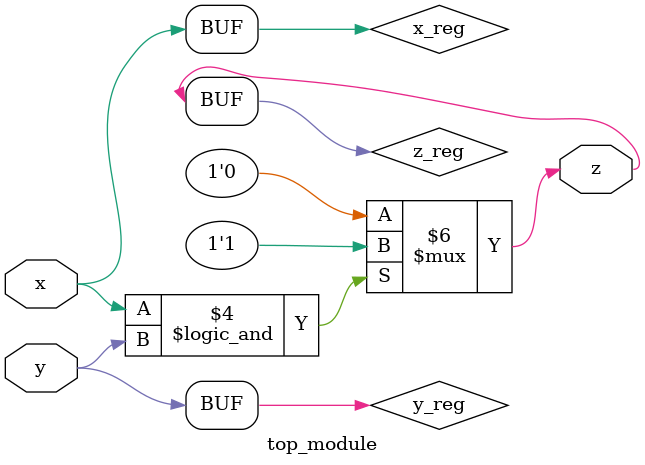
<source format=sv>
module top_module(
	input x,
	input y,
	output z);

	// Define internal signals
	reg x_reg;
	reg y_reg;
	reg z_reg;

	// Assign inputs to internal signals
	always @(x) begin
		x_reg <= x;
	end
	
	always @(y) begin
		y_reg <= y;
	end
	
	// Define combinational logic for the output
	always @(x_reg, y_reg) begin
		if (x_reg && y_reg) begin
			z_reg <= 1;
		end else begin
			z_reg <= 0;
		end
	end
	
	// Assign the internal signal to the output
	assign z = z_reg;
	
endmodule

</source>
